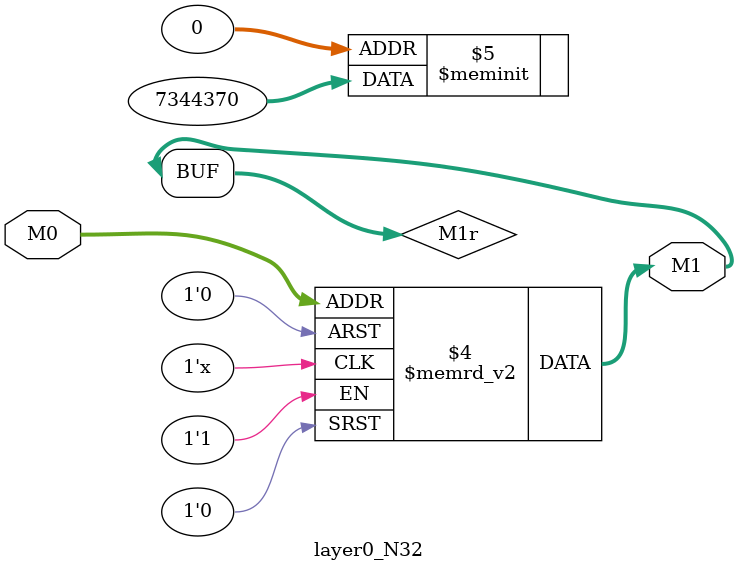
<source format=v>
module layer0_N32 ( input [3:0] M0, output [1:0] M1 );

	(*rom_style = "distributed" *) reg [1:0] M1r;
	assign M1 = M1r;
	always @ (M0) begin
		case (M0)
			4'b0000: M1r = 2'b10;
			4'b1000: M1r = 2'b00;
			4'b0100: M1r = 2'b00;
			4'b1100: M1r = 2'b00;
			4'b0010: M1r = 2'b11;
			4'b1010: M1r = 2'b11;
			4'b0110: M1r = 2'b01;
			4'b1110: M1r = 2'b00;
			4'b0001: M1r = 2'b00;
			4'b1001: M1r = 2'b00;
			4'b0101: M1r = 2'b00;
			4'b1101: M1r = 2'b00;
			4'b0011: M1r = 2'b11;
			4'b1011: M1r = 2'b01;
			4'b0111: M1r = 2'b00;
			4'b1111: M1r = 2'b00;

		endcase
	end
endmodule

</source>
